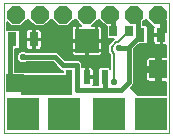
<source format=gbl>
G75*
%MOIN*%
%OFA0B0*%
%FSLAX25Y25*%
%IPPOS*%
%LPD*%
%AMOC8*
5,1,8,0,0,1.08239X$1,22.5*
%
%ADD10C,0.00000*%
%ADD11R,0.10630X0.10630*%
%ADD12R,0.05906X0.05906*%
%ADD13R,0.03150X0.04724*%
%ADD14OC8,0.05906*%
%ADD15R,0.02283X0.04724*%
%ADD16R,0.07874X0.07874*%
%ADD17R,0.02756X0.03543*%
%ADD18C,0.00600*%
%ADD19R,0.02205X0.02205*%
%ADD20C,0.01000*%
%ADD21C,0.02362*%
%ADD22OC8,0.02205*%
%ADD23C,0.01600*%
D10*
X0056586Y0044415D02*
X0056586Y0087722D01*
X0111704Y0087722D01*
X0111704Y0044415D01*
X0056586Y0044415D01*
X0058593Y0047013D02*
X0058595Y0047061D01*
X0058601Y0047109D01*
X0058611Y0047156D01*
X0058624Y0047202D01*
X0058642Y0047247D01*
X0058662Y0047291D01*
X0058687Y0047333D01*
X0058715Y0047372D01*
X0058745Y0047409D01*
X0058779Y0047443D01*
X0058816Y0047475D01*
X0058854Y0047504D01*
X0058895Y0047529D01*
X0058938Y0047551D01*
X0058983Y0047569D01*
X0059029Y0047583D01*
X0059076Y0047594D01*
X0059124Y0047601D01*
X0059172Y0047604D01*
X0059220Y0047603D01*
X0059268Y0047598D01*
X0059316Y0047589D01*
X0059362Y0047577D01*
X0059407Y0047560D01*
X0059451Y0047540D01*
X0059493Y0047517D01*
X0059533Y0047490D01*
X0059571Y0047460D01*
X0059606Y0047427D01*
X0059638Y0047391D01*
X0059668Y0047353D01*
X0059694Y0047312D01*
X0059716Y0047269D01*
X0059736Y0047225D01*
X0059751Y0047180D01*
X0059763Y0047133D01*
X0059771Y0047085D01*
X0059775Y0047037D01*
X0059775Y0046989D01*
X0059771Y0046941D01*
X0059763Y0046893D01*
X0059751Y0046846D01*
X0059736Y0046801D01*
X0059716Y0046757D01*
X0059694Y0046714D01*
X0059668Y0046673D01*
X0059638Y0046635D01*
X0059606Y0046599D01*
X0059571Y0046566D01*
X0059533Y0046536D01*
X0059493Y0046509D01*
X0059451Y0046486D01*
X0059407Y0046466D01*
X0059362Y0046449D01*
X0059316Y0046437D01*
X0059268Y0046428D01*
X0059220Y0046423D01*
X0059172Y0046422D01*
X0059124Y0046425D01*
X0059076Y0046432D01*
X0059029Y0046443D01*
X0058983Y0046457D01*
X0058938Y0046475D01*
X0058895Y0046497D01*
X0058854Y0046522D01*
X0058816Y0046551D01*
X0058779Y0046583D01*
X0058745Y0046617D01*
X0058715Y0046654D01*
X0058687Y0046693D01*
X0058662Y0046735D01*
X0058642Y0046779D01*
X0058624Y0046824D01*
X0058611Y0046870D01*
X0058601Y0046917D01*
X0058595Y0046965D01*
X0058593Y0047013D01*
X0058593Y0054415D02*
X0058595Y0054463D01*
X0058601Y0054511D01*
X0058611Y0054558D01*
X0058624Y0054604D01*
X0058642Y0054649D01*
X0058662Y0054693D01*
X0058687Y0054735D01*
X0058715Y0054774D01*
X0058745Y0054811D01*
X0058779Y0054845D01*
X0058816Y0054877D01*
X0058854Y0054906D01*
X0058895Y0054931D01*
X0058938Y0054953D01*
X0058983Y0054971D01*
X0059029Y0054985D01*
X0059076Y0054996D01*
X0059124Y0055003D01*
X0059172Y0055006D01*
X0059220Y0055005D01*
X0059268Y0055000D01*
X0059316Y0054991D01*
X0059362Y0054979D01*
X0059407Y0054962D01*
X0059451Y0054942D01*
X0059493Y0054919D01*
X0059533Y0054892D01*
X0059571Y0054862D01*
X0059606Y0054829D01*
X0059638Y0054793D01*
X0059668Y0054755D01*
X0059694Y0054714D01*
X0059716Y0054671D01*
X0059736Y0054627D01*
X0059751Y0054582D01*
X0059763Y0054535D01*
X0059771Y0054487D01*
X0059775Y0054439D01*
X0059775Y0054391D01*
X0059771Y0054343D01*
X0059763Y0054295D01*
X0059751Y0054248D01*
X0059736Y0054203D01*
X0059716Y0054159D01*
X0059694Y0054116D01*
X0059668Y0054075D01*
X0059638Y0054037D01*
X0059606Y0054001D01*
X0059571Y0053968D01*
X0059533Y0053938D01*
X0059493Y0053911D01*
X0059451Y0053888D01*
X0059407Y0053868D01*
X0059362Y0053851D01*
X0059316Y0053839D01*
X0059268Y0053830D01*
X0059220Y0053825D01*
X0059172Y0053824D01*
X0059124Y0053827D01*
X0059076Y0053834D01*
X0059029Y0053845D01*
X0058983Y0053859D01*
X0058938Y0053877D01*
X0058895Y0053899D01*
X0058854Y0053924D01*
X0058816Y0053953D01*
X0058779Y0053985D01*
X0058745Y0054019D01*
X0058715Y0054056D01*
X0058687Y0054095D01*
X0058662Y0054137D01*
X0058642Y0054181D01*
X0058624Y0054226D01*
X0058611Y0054272D01*
X0058601Y0054319D01*
X0058595Y0054367D01*
X0058593Y0054415D01*
X0065995Y0054415D02*
X0065997Y0054463D01*
X0066003Y0054511D01*
X0066013Y0054558D01*
X0066026Y0054604D01*
X0066044Y0054649D01*
X0066064Y0054693D01*
X0066089Y0054735D01*
X0066117Y0054774D01*
X0066147Y0054811D01*
X0066181Y0054845D01*
X0066218Y0054877D01*
X0066256Y0054906D01*
X0066297Y0054931D01*
X0066340Y0054953D01*
X0066385Y0054971D01*
X0066431Y0054985D01*
X0066478Y0054996D01*
X0066526Y0055003D01*
X0066574Y0055006D01*
X0066622Y0055005D01*
X0066670Y0055000D01*
X0066718Y0054991D01*
X0066764Y0054979D01*
X0066809Y0054962D01*
X0066853Y0054942D01*
X0066895Y0054919D01*
X0066935Y0054892D01*
X0066973Y0054862D01*
X0067008Y0054829D01*
X0067040Y0054793D01*
X0067070Y0054755D01*
X0067096Y0054714D01*
X0067118Y0054671D01*
X0067138Y0054627D01*
X0067153Y0054582D01*
X0067165Y0054535D01*
X0067173Y0054487D01*
X0067177Y0054439D01*
X0067177Y0054391D01*
X0067173Y0054343D01*
X0067165Y0054295D01*
X0067153Y0054248D01*
X0067138Y0054203D01*
X0067118Y0054159D01*
X0067096Y0054116D01*
X0067070Y0054075D01*
X0067040Y0054037D01*
X0067008Y0054001D01*
X0066973Y0053968D01*
X0066935Y0053938D01*
X0066895Y0053911D01*
X0066853Y0053888D01*
X0066809Y0053868D01*
X0066764Y0053851D01*
X0066718Y0053839D01*
X0066670Y0053830D01*
X0066622Y0053825D01*
X0066574Y0053824D01*
X0066526Y0053827D01*
X0066478Y0053834D01*
X0066431Y0053845D01*
X0066385Y0053859D01*
X0066340Y0053877D01*
X0066297Y0053899D01*
X0066256Y0053924D01*
X0066218Y0053953D01*
X0066181Y0053985D01*
X0066147Y0054019D01*
X0066117Y0054056D01*
X0066089Y0054095D01*
X0066064Y0054137D01*
X0066044Y0054181D01*
X0066026Y0054226D01*
X0066013Y0054272D01*
X0066003Y0054319D01*
X0065997Y0054367D01*
X0065995Y0054415D01*
X0072373Y0054415D02*
X0072375Y0054463D01*
X0072381Y0054511D01*
X0072391Y0054558D01*
X0072404Y0054604D01*
X0072422Y0054649D01*
X0072442Y0054693D01*
X0072467Y0054735D01*
X0072495Y0054774D01*
X0072525Y0054811D01*
X0072559Y0054845D01*
X0072596Y0054877D01*
X0072634Y0054906D01*
X0072675Y0054931D01*
X0072718Y0054953D01*
X0072763Y0054971D01*
X0072809Y0054985D01*
X0072856Y0054996D01*
X0072904Y0055003D01*
X0072952Y0055006D01*
X0073000Y0055005D01*
X0073048Y0055000D01*
X0073096Y0054991D01*
X0073142Y0054979D01*
X0073187Y0054962D01*
X0073231Y0054942D01*
X0073273Y0054919D01*
X0073313Y0054892D01*
X0073351Y0054862D01*
X0073386Y0054829D01*
X0073418Y0054793D01*
X0073448Y0054755D01*
X0073474Y0054714D01*
X0073496Y0054671D01*
X0073516Y0054627D01*
X0073531Y0054582D01*
X0073543Y0054535D01*
X0073551Y0054487D01*
X0073555Y0054439D01*
X0073555Y0054391D01*
X0073551Y0054343D01*
X0073543Y0054295D01*
X0073531Y0054248D01*
X0073516Y0054203D01*
X0073496Y0054159D01*
X0073474Y0054116D01*
X0073448Y0054075D01*
X0073418Y0054037D01*
X0073386Y0054001D01*
X0073351Y0053968D01*
X0073313Y0053938D01*
X0073273Y0053911D01*
X0073231Y0053888D01*
X0073187Y0053868D01*
X0073142Y0053851D01*
X0073096Y0053839D01*
X0073048Y0053830D01*
X0073000Y0053825D01*
X0072952Y0053824D01*
X0072904Y0053827D01*
X0072856Y0053834D01*
X0072809Y0053845D01*
X0072763Y0053859D01*
X0072718Y0053877D01*
X0072675Y0053899D01*
X0072634Y0053924D01*
X0072596Y0053953D01*
X0072559Y0053985D01*
X0072525Y0054019D01*
X0072495Y0054056D01*
X0072467Y0054095D01*
X0072442Y0054137D01*
X0072422Y0054181D01*
X0072404Y0054226D01*
X0072391Y0054272D01*
X0072381Y0054319D01*
X0072375Y0054367D01*
X0072373Y0054415D01*
X0072373Y0047013D02*
X0072375Y0047061D01*
X0072381Y0047109D01*
X0072391Y0047156D01*
X0072404Y0047202D01*
X0072422Y0047247D01*
X0072442Y0047291D01*
X0072467Y0047333D01*
X0072495Y0047372D01*
X0072525Y0047409D01*
X0072559Y0047443D01*
X0072596Y0047475D01*
X0072634Y0047504D01*
X0072675Y0047529D01*
X0072718Y0047551D01*
X0072763Y0047569D01*
X0072809Y0047583D01*
X0072856Y0047594D01*
X0072904Y0047601D01*
X0072952Y0047604D01*
X0073000Y0047603D01*
X0073048Y0047598D01*
X0073096Y0047589D01*
X0073142Y0047577D01*
X0073187Y0047560D01*
X0073231Y0047540D01*
X0073273Y0047517D01*
X0073313Y0047490D01*
X0073351Y0047460D01*
X0073386Y0047427D01*
X0073418Y0047391D01*
X0073448Y0047353D01*
X0073474Y0047312D01*
X0073496Y0047269D01*
X0073516Y0047225D01*
X0073531Y0047180D01*
X0073543Y0047133D01*
X0073551Y0047085D01*
X0073555Y0047037D01*
X0073555Y0046989D01*
X0073551Y0046941D01*
X0073543Y0046893D01*
X0073531Y0046846D01*
X0073516Y0046801D01*
X0073496Y0046757D01*
X0073474Y0046714D01*
X0073448Y0046673D01*
X0073418Y0046635D01*
X0073386Y0046599D01*
X0073351Y0046566D01*
X0073313Y0046536D01*
X0073273Y0046509D01*
X0073231Y0046486D01*
X0073187Y0046466D01*
X0073142Y0046449D01*
X0073096Y0046437D01*
X0073048Y0046428D01*
X0073000Y0046423D01*
X0072952Y0046422D01*
X0072904Y0046425D01*
X0072856Y0046432D01*
X0072809Y0046443D01*
X0072763Y0046457D01*
X0072718Y0046475D01*
X0072675Y0046497D01*
X0072634Y0046522D01*
X0072596Y0046551D01*
X0072559Y0046583D01*
X0072525Y0046617D01*
X0072495Y0046654D01*
X0072467Y0046693D01*
X0072442Y0046735D01*
X0072422Y0046779D01*
X0072404Y0046824D01*
X0072391Y0046870D01*
X0072381Y0046917D01*
X0072375Y0046965D01*
X0072373Y0047013D01*
X0065995Y0047013D02*
X0065997Y0047061D01*
X0066003Y0047109D01*
X0066013Y0047156D01*
X0066026Y0047202D01*
X0066044Y0047247D01*
X0066064Y0047291D01*
X0066089Y0047333D01*
X0066117Y0047372D01*
X0066147Y0047409D01*
X0066181Y0047443D01*
X0066218Y0047475D01*
X0066256Y0047504D01*
X0066297Y0047529D01*
X0066340Y0047551D01*
X0066385Y0047569D01*
X0066431Y0047583D01*
X0066478Y0047594D01*
X0066526Y0047601D01*
X0066574Y0047604D01*
X0066622Y0047603D01*
X0066670Y0047598D01*
X0066718Y0047589D01*
X0066764Y0047577D01*
X0066809Y0047560D01*
X0066853Y0047540D01*
X0066895Y0047517D01*
X0066935Y0047490D01*
X0066973Y0047460D01*
X0067008Y0047427D01*
X0067040Y0047391D01*
X0067070Y0047353D01*
X0067096Y0047312D01*
X0067118Y0047269D01*
X0067138Y0047225D01*
X0067153Y0047180D01*
X0067165Y0047133D01*
X0067173Y0047085D01*
X0067177Y0047037D01*
X0067177Y0046989D01*
X0067173Y0046941D01*
X0067165Y0046893D01*
X0067153Y0046846D01*
X0067138Y0046801D01*
X0067118Y0046757D01*
X0067096Y0046714D01*
X0067070Y0046673D01*
X0067040Y0046635D01*
X0067008Y0046599D01*
X0066973Y0046566D01*
X0066935Y0046536D01*
X0066895Y0046509D01*
X0066853Y0046486D01*
X0066809Y0046466D01*
X0066764Y0046449D01*
X0066718Y0046437D01*
X0066670Y0046428D01*
X0066622Y0046423D01*
X0066574Y0046422D01*
X0066526Y0046425D01*
X0066478Y0046432D01*
X0066431Y0046443D01*
X0066385Y0046457D01*
X0066340Y0046475D01*
X0066297Y0046497D01*
X0066256Y0046522D01*
X0066218Y0046551D01*
X0066181Y0046583D01*
X0066147Y0046617D01*
X0066117Y0046654D01*
X0066089Y0046693D01*
X0066064Y0046735D01*
X0066044Y0046779D01*
X0066026Y0046824D01*
X0066013Y0046870D01*
X0066003Y0046917D01*
X0065997Y0046965D01*
X0065995Y0047013D01*
X0079774Y0047013D02*
X0079776Y0047061D01*
X0079782Y0047109D01*
X0079792Y0047156D01*
X0079805Y0047202D01*
X0079823Y0047247D01*
X0079843Y0047291D01*
X0079868Y0047333D01*
X0079896Y0047372D01*
X0079926Y0047409D01*
X0079960Y0047443D01*
X0079997Y0047475D01*
X0080035Y0047504D01*
X0080076Y0047529D01*
X0080119Y0047551D01*
X0080164Y0047569D01*
X0080210Y0047583D01*
X0080257Y0047594D01*
X0080305Y0047601D01*
X0080353Y0047604D01*
X0080401Y0047603D01*
X0080449Y0047598D01*
X0080497Y0047589D01*
X0080543Y0047577D01*
X0080588Y0047560D01*
X0080632Y0047540D01*
X0080674Y0047517D01*
X0080714Y0047490D01*
X0080752Y0047460D01*
X0080787Y0047427D01*
X0080819Y0047391D01*
X0080849Y0047353D01*
X0080875Y0047312D01*
X0080897Y0047269D01*
X0080917Y0047225D01*
X0080932Y0047180D01*
X0080944Y0047133D01*
X0080952Y0047085D01*
X0080956Y0047037D01*
X0080956Y0046989D01*
X0080952Y0046941D01*
X0080944Y0046893D01*
X0080932Y0046846D01*
X0080917Y0046801D01*
X0080897Y0046757D01*
X0080875Y0046714D01*
X0080849Y0046673D01*
X0080819Y0046635D01*
X0080787Y0046599D01*
X0080752Y0046566D01*
X0080714Y0046536D01*
X0080674Y0046509D01*
X0080632Y0046486D01*
X0080588Y0046466D01*
X0080543Y0046449D01*
X0080497Y0046437D01*
X0080449Y0046428D01*
X0080401Y0046423D01*
X0080353Y0046422D01*
X0080305Y0046425D01*
X0080257Y0046432D01*
X0080210Y0046443D01*
X0080164Y0046457D01*
X0080119Y0046475D01*
X0080076Y0046497D01*
X0080035Y0046522D01*
X0079997Y0046551D01*
X0079960Y0046583D01*
X0079926Y0046617D01*
X0079896Y0046654D01*
X0079868Y0046693D01*
X0079843Y0046735D01*
X0079823Y0046779D01*
X0079805Y0046824D01*
X0079792Y0046870D01*
X0079782Y0046917D01*
X0079776Y0046965D01*
X0079774Y0047013D01*
X0079774Y0054415D02*
X0079776Y0054463D01*
X0079782Y0054511D01*
X0079792Y0054558D01*
X0079805Y0054604D01*
X0079823Y0054649D01*
X0079843Y0054693D01*
X0079868Y0054735D01*
X0079896Y0054774D01*
X0079926Y0054811D01*
X0079960Y0054845D01*
X0079997Y0054877D01*
X0080035Y0054906D01*
X0080076Y0054931D01*
X0080119Y0054953D01*
X0080164Y0054971D01*
X0080210Y0054985D01*
X0080257Y0054996D01*
X0080305Y0055003D01*
X0080353Y0055006D01*
X0080401Y0055005D01*
X0080449Y0055000D01*
X0080497Y0054991D01*
X0080543Y0054979D01*
X0080588Y0054962D01*
X0080632Y0054942D01*
X0080674Y0054919D01*
X0080714Y0054892D01*
X0080752Y0054862D01*
X0080787Y0054829D01*
X0080819Y0054793D01*
X0080849Y0054755D01*
X0080875Y0054714D01*
X0080897Y0054671D01*
X0080917Y0054627D01*
X0080932Y0054582D01*
X0080944Y0054535D01*
X0080952Y0054487D01*
X0080956Y0054439D01*
X0080956Y0054391D01*
X0080952Y0054343D01*
X0080944Y0054295D01*
X0080932Y0054248D01*
X0080917Y0054203D01*
X0080897Y0054159D01*
X0080875Y0054116D01*
X0080849Y0054075D01*
X0080819Y0054037D01*
X0080787Y0054001D01*
X0080752Y0053968D01*
X0080714Y0053938D01*
X0080674Y0053911D01*
X0080632Y0053888D01*
X0080588Y0053868D01*
X0080543Y0053851D01*
X0080497Y0053839D01*
X0080449Y0053830D01*
X0080401Y0053825D01*
X0080353Y0053824D01*
X0080305Y0053827D01*
X0080257Y0053834D01*
X0080210Y0053845D01*
X0080164Y0053859D01*
X0080119Y0053877D01*
X0080076Y0053899D01*
X0080035Y0053924D01*
X0079997Y0053953D01*
X0079960Y0053985D01*
X0079926Y0054019D01*
X0079896Y0054056D01*
X0079868Y0054095D01*
X0079843Y0054137D01*
X0079823Y0054181D01*
X0079805Y0054226D01*
X0079792Y0054272D01*
X0079782Y0054319D01*
X0079776Y0054367D01*
X0079774Y0054415D01*
X0087333Y0054415D02*
X0087335Y0054463D01*
X0087341Y0054511D01*
X0087351Y0054558D01*
X0087364Y0054604D01*
X0087382Y0054649D01*
X0087402Y0054693D01*
X0087427Y0054735D01*
X0087455Y0054774D01*
X0087485Y0054811D01*
X0087519Y0054845D01*
X0087556Y0054877D01*
X0087594Y0054906D01*
X0087635Y0054931D01*
X0087678Y0054953D01*
X0087723Y0054971D01*
X0087769Y0054985D01*
X0087816Y0054996D01*
X0087864Y0055003D01*
X0087912Y0055006D01*
X0087960Y0055005D01*
X0088008Y0055000D01*
X0088056Y0054991D01*
X0088102Y0054979D01*
X0088147Y0054962D01*
X0088191Y0054942D01*
X0088233Y0054919D01*
X0088273Y0054892D01*
X0088311Y0054862D01*
X0088346Y0054829D01*
X0088378Y0054793D01*
X0088408Y0054755D01*
X0088434Y0054714D01*
X0088456Y0054671D01*
X0088476Y0054627D01*
X0088491Y0054582D01*
X0088503Y0054535D01*
X0088511Y0054487D01*
X0088515Y0054439D01*
X0088515Y0054391D01*
X0088511Y0054343D01*
X0088503Y0054295D01*
X0088491Y0054248D01*
X0088476Y0054203D01*
X0088456Y0054159D01*
X0088434Y0054116D01*
X0088408Y0054075D01*
X0088378Y0054037D01*
X0088346Y0054001D01*
X0088311Y0053968D01*
X0088273Y0053938D01*
X0088233Y0053911D01*
X0088191Y0053888D01*
X0088147Y0053868D01*
X0088102Y0053851D01*
X0088056Y0053839D01*
X0088008Y0053830D01*
X0087960Y0053825D01*
X0087912Y0053824D01*
X0087864Y0053827D01*
X0087816Y0053834D01*
X0087769Y0053845D01*
X0087723Y0053859D01*
X0087678Y0053877D01*
X0087635Y0053899D01*
X0087594Y0053924D01*
X0087556Y0053953D01*
X0087519Y0053985D01*
X0087485Y0054019D01*
X0087455Y0054056D01*
X0087427Y0054095D01*
X0087402Y0054137D01*
X0087382Y0054181D01*
X0087364Y0054226D01*
X0087351Y0054272D01*
X0087341Y0054319D01*
X0087335Y0054367D01*
X0087333Y0054415D01*
X0087333Y0047013D02*
X0087335Y0047061D01*
X0087341Y0047109D01*
X0087351Y0047156D01*
X0087364Y0047202D01*
X0087382Y0047247D01*
X0087402Y0047291D01*
X0087427Y0047333D01*
X0087455Y0047372D01*
X0087485Y0047409D01*
X0087519Y0047443D01*
X0087556Y0047475D01*
X0087594Y0047504D01*
X0087635Y0047529D01*
X0087678Y0047551D01*
X0087723Y0047569D01*
X0087769Y0047583D01*
X0087816Y0047594D01*
X0087864Y0047601D01*
X0087912Y0047604D01*
X0087960Y0047603D01*
X0088008Y0047598D01*
X0088056Y0047589D01*
X0088102Y0047577D01*
X0088147Y0047560D01*
X0088191Y0047540D01*
X0088233Y0047517D01*
X0088273Y0047490D01*
X0088311Y0047460D01*
X0088346Y0047427D01*
X0088378Y0047391D01*
X0088408Y0047353D01*
X0088434Y0047312D01*
X0088456Y0047269D01*
X0088476Y0047225D01*
X0088491Y0047180D01*
X0088503Y0047133D01*
X0088511Y0047085D01*
X0088515Y0047037D01*
X0088515Y0046989D01*
X0088511Y0046941D01*
X0088503Y0046893D01*
X0088491Y0046846D01*
X0088476Y0046801D01*
X0088456Y0046757D01*
X0088434Y0046714D01*
X0088408Y0046673D01*
X0088378Y0046635D01*
X0088346Y0046599D01*
X0088311Y0046566D01*
X0088273Y0046536D01*
X0088233Y0046509D01*
X0088191Y0046486D01*
X0088147Y0046466D01*
X0088102Y0046449D01*
X0088056Y0046437D01*
X0088008Y0046428D01*
X0087960Y0046423D01*
X0087912Y0046422D01*
X0087864Y0046425D01*
X0087816Y0046432D01*
X0087769Y0046443D01*
X0087723Y0046457D01*
X0087678Y0046475D01*
X0087635Y0046497D01*
X0087594Y0046522D01*
X0087556Y0046551D01*
X0087519Y0046583D01*
X0087485Y0046617D01*
X0087455Y0046654D01*
X0087427Y0046693D01*
X0087402Y0046735D01*
X0087382Y0046779D01*
X0087364Y0046824D01*
X0087351Y0046870D01*
X0087341Y0046917D01*
X0087335Y0046965D01*
X0087333Y0047013D01*
X0094735Y0047013D02*
X0094737Y0047061D01*
X0094743Y0047109D01*
X0094753Y0047156D01*
X0094766Y0047202D01*
X0094784Y0047247D01*
X0094804Y0047291D01*
X0094829Y0047333D01*
X0094857Y0047372D01*
X0094887Y0047409D01*
X0094921Y0047443D01*
X0094958Y0047475D01*
X0094996Y0047504D01*
X0095037Y0047529D01*
X0095080Y0047551D01*
X0095125Y0047569D01*
X0095171Y0047583D01*
X0095218Y0047594D01*
X0095266Y0047601D01*
X0095314Y0047604D01*
X0095362Y0047603D01*
X0095410Y0047598D01*
X0095458Y0047589D01*
X0095504Y0047577D01*
X0095549Y0047560D01*
X0095593Y0047540D01*
X0095635Y0047517D01*
X0095675Y0047490D01*
X0095713Y0047460D01*
X0095748Y0047427D01*
X0095780Y0047391D01*
X0095810Y0047353D01*
X0095836Y0047312D01*
X0095858Y0047269D01*
X0095878Y0047225D01*
X0095893Y0047180D01*
X0095905Y0047133D01*
X0095913Y0047085D01*
X0095917Y0047037D01*
X0095917Y0046989D01*
X0095913Y0046941D01*
X0095905Y0046893D01*
X0095893Y0046846D01*
X0095878Y0046801D01*
X0095858Y0046757D01*
X0095836Y0046714D01*
X0095810Y0046673D01*
X0095780Y0046635D01*
X0095748Y0046599D01*
X0095713Y0046566D01*
X0095675Y0046536D01*
X0095635Y0046509D01*
X0095593Y0046486D01*
X0095549Y0046466D01*
X0095504Y0046449D01*
X0095458Y0046437D01*
X0095410Y0046428D01*
X0095362Y0046423D01*
X0095314Y0046422D01*
X0095266Y0046425D01*
X0095218Y0046432D01*
X0095171Y0046443D01*
X0095125Y0046457D01*
X0095080Y0046475D01*
X0095037Y0046497D01*
X0094996Y0046522D01*
X0094958Y0046551D01*
X0094921Y0046583D01*
X0094887Y0046617D01*
X0094857Y0046654D01*
X0094829Y0046693D01*
X0094804Y0046735D01*
X0094784Y0046779D01*
X0094766Y0046824D01*
X0094753Y0046870D01*
X0094743Y0046917D01*
X0094737Y0046965D01*
X0094735Y0047013D01*
X0101113Y0047013D02*
X0101115Y0047061D01*
X0101121Y0047109D01*
X0101131Y0047156D01*
X0101144Y0047202D01*
X0101162Y0047247D01*
X0101182Y0047291D01*
X0101207Y0047333D01*
X0101235Y0047372D01*
X0101265Y0047409D01*
X0101299Y0047443D01*
X0101336Y0047475D01*
X0101374Y0047504D01*
X0101415Y0047529D01*
X0101458Y0047551D01*
X0101503Y0047569D01*
X0101549Y0047583D01*
X0101596Y0047594D01*
X0101644Y0047601D01*
X0101692Y0047604D01*
X0101740Y0047603D01*
X0101788Y0047598D01*
X0101836Y0047589D01*
X0101882Y0047577D01*
X0101927Y0047560D01*
X0101971Y0047540D01*
X0102013Y0047517D01*
X0102053Y0047490D01*
X0102091Y0047460D01*
X0102126Y0047427D01*
X0102158Y0047391D01*
X0102188Y0047353D01*
X0102214Y0047312D01*
X0102236Y0047269D01*
X0102256Y0047225D01*
X0102271Y0047180D01*
X0102283Y0047133D01*
X0102291Y0047085D01*
X0102295Y0047037D01*
X0102295Y0046989D01*
X0102291Y0046941D01*
X0102283Y0046893D01*
X0102271Y0046846D01*
X0102256Y0046801D01*
X0102236Y0046757D01*
X0102214Y0046714D01*
X0102188Y0046673D01*
X0102158Y0046635D01*
X0102126Y0046599D01*
X0102091Y0046566D01*
X0102053Y0046536D01*
X0102013Y0046509D01*
X0101971Y0046486D01*
X0101927Y0046466D01*
X0101882Y0046449D01*
X0101836Y0046437D01*
X0101788Y0046428D01*
X0101740Y0046423D01*
X0101692Y0046422D01*
X0101644Y0046425D01*
X0101596Y0046432D01*
X0101549Y0046443D01*
X0101503Y0046457D01*
X0101458Y0046475D01*
X0101415Y0046497D01*
X0101374Y0046522D01*
X0101336Y0046551D01*
X0101299Y0046583D01*
X0101265Y0046617D01*
X0101235Y0046654D01*
X0101207Y0046693D01*
X0101182Y0046735D01*
X0101162Y0046779D01*
X0101144Y0046824D01*
X0101131Y0046870D01*
X0101121Y0046917D01*
X0101115Y0046965D01*
X0101113Y0047013D01*
X0101113Y0054415D02*
X0101115Y0054463D01*
X0101121Y0054511D01*
X0101131Y0054558D01*
X0101144Y0054604D01*
X0101162Y0054649D01*
X0101182Y0054693D01*
X0101207Y0054735D01*
X0101235Y0054774D01*
X0101265Y0054811D01*
X0101299Y0054845D01*
X0101336Y0054877D01*
X0101374Y0054906D01*
X0101415Y0054931D01*
X0101458Y0054953D01*
X0101503Y0054971D01*
X0101549Y0054985D01*
X0101596Y0054996D01*
X0101644Y0055003D01*
X0101692Y0055006D01*
X0101740Y0055005D01*
X0101788Y0055000D01*
X0101836Y0054991D01*
X0101882Y0054979D01*
X0101927Y0054962D01*
X0101971Y0054942D01*
X0102013Y0054919D01*
X0102053Y0054892D01*
X0102091Y0054862D01*
X0102126Y0054829D01*
X0102158Y0054793D01*
X0102188Y0054755D01*
X0102214Y0054714D01*
X0102236Y0054671D01*
X0102256Y0054627D01*
X0102271Y0054582D01*
X0102283Y0054535D01*
X0102291Y0054487D01*
X0102295Y0054439D01*
X0102295Y0054391D01*
X0102291Y0054343D01*
X0102283Y0054295D01*
X0102271Y0054248D01*
X0102256Y0054203D01*
X0102236Y0054159D01*
X0102214Y0054116D01*
X0102188Y0054075D01*
X0102158Y0054037D01*
X0102126Y0054001D01*
X0102091Y0053968D01*
X0102053Y0053938D01*
X0102013Y0053911D01*
X0101971Y0053888D01*
X0101927Y0053868D01*
X0101882Y0053851D01*
X0101836Y0053839D01*
X0101788Y0053830D01*
X0101740Y0053825D01*
X0101692Y0053824D01*
X0101644Y0053827D01*
X0101596Y0053834D01*
X0101549Y0053845D01*
X0101503Y0053859D01*
X0101458Y0053877D01*
X0101415Y0053899D01*
X0101374Y0053924D01*
X0101336Y0053953D01*
X0101299Y0053985D01*
X0101265Y0054019D01*
X0101235Y0054056D01*
X0101207Y0054095D01*
X0101182Y0054137D01*
X0101162Y0054181D01*
X0101144Y0054226D01*
X0101131Y0054272D01*
X0101121Y0054319D01*
X0101115Y0054367D01*
X0101113Y0054415D01*
X0094735Y0054415D02*
X0094737Y0054463D01*
X0094743Y0054511D01*
X0094753Y0054558D01*
X0094766Y0054604D01*
X0094784Y0054649D01*
X0094804Y0054693D01*
X0094829Y0054735D01*
X0094857Y0054774D01*
X0094887Y0054811D01*
X0094921Y0054845D01*
X0094958Y0054877D01*
X0094996Y0054906D01*
X0095037Y0054931D01*
X0095080Y0054953D01*
X0095125Y0054971D01*
X0095171Y0054985D01*
X0095218Y0054996D01*
X0095266Y0055003D01*
X0095314Y0055006D01*
X0095362Y0055005D01*
X0095410Y0055000D01*
X0095458Y0054991D01*
X0095504Y0054979D01*
X0095549Y0054962D01*
X0095593Y0054942D01*
X0095635Y0054919D01*
X0095675Y0054892D01*
X0095713Y0054862D01*
X0095748Y0054829D01*
X0095780Y0054793D01*
X0095810Y0054755D01*
X0095836Y0054714D01*
X0095858Y0054671D01*
X0095878Y0054627D01*
X0095893Y0054582D01*
X0095905Y0054535D01*
X0095913Y0054487D01*
X0095917Y0054439D01*
X0095917Y0054391D01*
X0095913Y0054343D01*
X0095905Y0054295D01*
X0095893Y0054248D01*
X0095878Y0054203D01*
X0095858Y0054159D01*
X0095836Y0054116D01*
X0095810Y0054075D01*
X0095780Y0054037D01*
X0095748Y0054001D01*
X0095713Y0053968D01*
X0095675Y0053938D01*
X0095635Y0053911D01*
X0095593Y0053888D01*
X0095549Y0053868D01*
X0095504Y0053851D01*
X0095458Y0053839D01*
X0095410Y0053830D01*
X0095362Y0053825D01*
X0095314Y0053824D01*
X0095266Y0053827D01*
X0095218Y0053834D01*
X0095171Y0053845D01*
X0095125Y0053859D01*
X0095080Y0053877D01*
X0095037Y0053899D01*
X0094996Y0053924D01*
X0094958Y0053953D01*
X0094921Y0053985D01*
X0094887Y0054019D01*
X0094857Y0054056D01*
X0094829Y0054095D01*
X0094804Y0054137D01*
X0094784Y0054181D01*
X0094766Y0054226D01*
X0094753Y0054272D01*
X0094743Y0054319D01*
X0094737Y0054367D01*
X0094735Y0054415D01*
X0108515Y0054415D02*
X0108517Y0054463D01*
X0108523Y0054511D01*
X0108533Y0054558D01*
X0108546Y0054604D01*
X0108564Y0054649D01*
X0108584Y0054693D01*
X0108609Y0054735D01*
X0108637Y0054774D01*
X0108667Y0054811D01*
X0108701Y0054845D01*
X0108738Y0054877D01*
X0108776Y0054906D01*
X0108817Y0054931D01*
X0108860Y0054953D01*
X0108905Y0054971D01*
X0108951Y0054985D01*
X0108998Y0054996D01*
X0109046Y0055003D01*
X0109094Y0055006D01*
X0109142Y0055005D01*
X0109190Y0055000D01*
X0109238Y0054991D01*
X0109284Y0054979D01*
X0109329Y0054962D01*
X0109373Y0054942D01*
X0109415Y0054919D01*
X0109455Y0054892D01*
X0109493Y0054862D01*
X0109528Y0054829D01*
X0109560Y0054793D01*
X0109590Y0054755D01*
X0109616Y0054714D01*
X0109638Y0054671D01*
X0109658Y0054627D01*
X0109673Y0054582D01*
X0109685Y0054535D01*
X0109693Y0054487D01*
X0109697Y0054439D01*
X0109697Y0054391D01*
X0109693Y0054343D01*
X0109685Y0054295D01*
X0109673Y0054248D01*
X0109658Y0054203D01*
X0109638Y0054159D01*
X0109616Y0054116D01*
X0109590Y0054075D01*
X0109560Y0054037D01*
X0109528Y0054001D01*
X0109493Y0053968D01*
X0109455Y0053938D01*
X0109415Y0053911D01*
X0109373Y0053888D01*
X0109329Y0053868D01*
X0109284Y0053851D01*
X0109238Y0053839D01*
X0109190Y0053830D01*
X0109142Y0053825D01*
X0109094Y0053824D01*
X0109046Y0053827D01*
X0108998Y0053834D01*
X0108951Y0053845D01*
X0108905Y0053859D01*
X0108860Y0053877D01*
X0108817Y0053899D01*
X0108776Y0053924D01*
X0108738Y0053953D01*
X0108701Y0053985D01*
X0108667Y0054019D01*
X0108637Y0054056D01*
X0108609Y0054095D01*
X0108584Y0054137D01*
X0108564Y0054181D01*
X0108546Y0054226D01*
X0108533Y0054272D01*
X0108523Y0054319D01*
X0108517Y0054367D01*
X0108515Y0054415D01*
X0108515Y0047013D02*
X0108517Y0047061D01*
X0108523Y0047109D01*
X0108533Y0047156D01*
X0108546Y0047202D01*
X0108564Y0047247D01*
X0108584Y0047291D01*
X0108609Y0047333D01*
X0108637Y0047372D01*
X0108667Y0047409D01*
X0108701Y0047443D01*
X0108738Y0047475D01*
X0108776Y0047504D01*
X0108817Y0047529D01*
X0108860Y0047551D01*
X0108905Y0047569D01*
X0108951Y0047583D01*
X0108998Y0047594D01*
X0109046Y0047601D01*
X0109094Y0047604D01*
X0109142Y0047603D01*
X0109190Y0047598D01*
X0109238Y0047589D01*
X0109284Y0047577D01*
X0109329Y0047560D01*
X0109373Y0047540D01*
X0109415Y0047517D01*
X0109455Y0047490D01*
X0109493Y0047460D01*
X0109528Y0047427D01*
X0109560Y0047391D01*
X0109590Y0047353D01*
X0109616Y0047312D01*
X0109638Y0047269D01*
X0109658Y0047225D01*
X0109673Y0047180D01*
X0109685Y0047133D01*
X0109693Y0047085D01*
X0109697Y0047037D01*
X0109697Y0046989D01*
X0109693Y0046941D01*
X0109685Y0046893D01*
X0109673Y0046846D01*
X0109658Y0046801D01*
X0109638Y0046757D01*
X0109616Y0046714D01*
X0109590Y0046673D01*
X0109560Y0046635D01*
X0109528Y0046599D01*
X0109493Y0046566D01*
X0109455Y0046536D01*
X0109415Y0046509D01*
X0109373Y0046486D01*
X0109329Y0046466D01*
X0109284Y0046449D01*
X0109238Y0046437D01*
X0109190Y0046428D01*
X0109142Y0046423D01*
X0109094Y0046422D01*
X0109046Y0046425D01*
X0108998Y0046432D01*
X0108951Y0046443D01*
X0108905Y0046457D01*
X0108860Y0046475D01*
X0108817Y0046497D01*
X0108776Y0046522D01*
X0108738Y0046551D01*
X0108701Y0046583D01*
X0108667Y0046617D01*
X0108637Y0046654D01*
X0108609Y0046693D01*
X0108584Y0046735D01*
X0108564Y0046779D01*
X0108546Y0046824D01*
X0108533Y0046870D01*
X0108523Y0046917D01*
X0108517Y0046965D01*
X0108515Y0047013D01*
D11*
X0105405Y0050714D03*
X0091625Y0050714D03*
X0076665Y0050714D03*
X0062885Y0050714D03*
D12*
X0060365Y0060950D03*
X0107885Y0065517D03*
D13*
X0109027Y0077092D03*
X0101940Y0077092D03*
X0066428Y0075517D03*
X0059342Y0075517D03*
D14*
X0060523Y0083785D03*
X0068397Y0083785D03*
X0076271Y0083785D03*
X0084145Y0083785D03*
X0092019Y0083785D03*
X0099893Y0083785D03*
X0107767Y0083785D03*
D15*
X0090050Y0062919D03*
X0084145Y0062919D03*
X0078239Y0062919D03*
D16*
X0084145Y0075124D03*
D17*
X0093003Y0078273D03*
X0098121Y0078273D03*
D18*
X0094578Y0074730D01*
X0093987Y0074730D01*
X0092413Y0073155D01*
X0092413Y0071580D01*
X0093200Y0070793D01*
X0093200Y0061344D01*
X0092000Y0065746D02*
X0091565Y0066181D01*
X0088536Y0066181D01*
X0088009Y0065654D01*
X0088009Y0060288D01*
X0086353Y0060288D01*
X0086387Y0060412D01*
X0086387Y0062648D01*
X0084416Y0062648D01*
X0084416Y0063190D01*
X0086387Y0063190D01*
X0086387Y0065426D01*
X0086312Y0065706D01*
X0086167Y0065957D01*
X0085962Y0066161D01*
X0085711Y0066306D01*
X0085431Y0066381D01*
X0084416Y0066381D01*
X0084416Y0063190D01*
X0083874Y0063190D01*
X0083874Y0066381D01*
X0082858Y0066381D01*
X0082695Y0066337D01*
X0082695Y0067560D01*
X0081699Y0068556D01*
X0076975Y0068556D01*
X0075176Y0070355D01*
X0074180Y0071351D01*
X0063977Y0071351D01*
X0063675Y0071654D01*
X0062016Y0071654D01*
X0060843Y0070481D01*
X0060843Y0068822D01*
X0062016Y0067649D01*
X0063675Y0067649D01*
X0063977Y0067951D01*
X0072771Y0067951D01*
X0075567Y0065156D01*
X0076198Y0065156D01*
X0076198Y0064513D01*
X0063981Y0064513D01*
X0063691Y0064803D01*
X0060254Y0064803D01*
X0060254Y0072255D01*
X0061289Y0072255D01*
X0061817Y0072782D01*
X0061817Y0078252D01*
X0061289Y0078780D01*
X0057673Y0078780D01*
X0057673Y0081186D01*
X0058927Y0079932D01*
X0062119Y0079932D01*
X0064284Y0082098D01*
X0064636Y0082098D01*
X0066801Y0079932D01*
X0069993Y0079932D01*
X0072158Y0082098D01*
X0072510Y0082098D01*
X0074675Y0079932D01*
X0077867Y0079932D01*
X0080032Y0082098D01*
X0080384Y0082098D01*
X0082321Y0080161D01*
X0080063Y0080161D01*
X0079783Y0080086D01*
X0079532Y0079941D01*
X0079328Y0079736D01*
X0079183Y0079485D01*
X0079108Y0079206D01*
X0079108Y0075424D01*
X0083845Y0075424D01*
X0083845Y0074824D01*
X0079108Y0074824D01*
X0079108Y0071042D01*
X0079183Y0070762D01*
X0079328Y0070511D01*
X0079532Y0070306D01*
X0079783Y0070162D01*
X0080063Y0070087D01*
X0083845Y0070087D01*
X0083845Y0074824D01*
X0084445Y0074824D01*
X0084445Y0075424D01*
X0089182Y0075424D01*
X0089182Y0079206D01*
X0089107Y0079485D01*
X0088962Y0079736D01*
X0088757Y0079941D01*
X0088506Y0080086D01*
X0088227Y0080161D01*
X0085969Y0080161D01*
X0087906Y0082098D01*
X0088258Y0082098D01*
X0090423Y0079932D01*
X0090725Y0079932D01*
X0090725Y0076129D01*
X0091252Y0075602D01*
X0093162Y0075602D01*
X0092787Y0075227D01*
X0091213Y0073652D01*
X0091213Y0072658D01*
X0091213Y0071083D01*
X0091916Y0070380D01*
X0092000Y0070296D01*
X0092000Y0065746D01*
X0092000Y0065961D02*
X0091785Y0065961D01*
X0092000Y0066560D02*
X0082695Y0066560D01*
X0082695Y0067158D02*
X0092000Y0067158D01*
X0092000Y0067757D02*
X0082498Y0067757D01*
X0081900Y0068355D02*
X0092000Y0068355D01*
X0092000Y0068954D02*
X0076577Y0068954D01*
X0075978Y0069552D02*
X0092000Y0069552D01*
X0092000Y0070151D02*
X0088467Y0070151D01*
X0088506Y0070162D02*
X0088757Y0070306D01*
X0088962Y0070511D01*
X0089107Y0070762D01*
X0089182Y0071042D01*
X0089182Y0074824D01*
X0084445Y0074824D01*
X0084445Y0070087D01*
X0088227Y0070087D01*
X0088506Y0070162D01*
X0089100Y0070750D02*
X0091546Y0070750D01*
X0091213Y0071348D02*
X0089182Y0071348D01*
X0089182Y0071947D02*
X0091213Y0071947D01*
X0091213Y0072545D02*
X0089182Y0072545D01*
X0089182Y0073144D02*
X0091213Y0073144D01*
X0091302Y0073742D02*
X0089182Y0073742D01*
X0089182Y0074341D02*
X0091901Y0074341D01*
X0092499Y0074939D02*
X0084445Y0074939D01*
X0084445Y0074341D02*
X0083845Y0074341D01*
X0083845Y0074939D02*
X0069103Y0074939D01*
X0069103Y0075217D02*
X0066728Y0075217D01*
X0066728Y0072055D01*
X0068148Y0072055D01*
X0068428Y0072130D01*
X0068679Y0072275D01*
X0068883Y0072480D01*
X0069028Y0072731D01*
X0069103Y0073010D01*
X0069103Y0075217D01*
X0069103Y0075817D02*
X0069103Y0078024D01*
X0069028Y0078304D01*
X0068883Y0078555D01*
X0068679Y0078760D01*
X0068428Y0078905D01*
X0068148Y0078980D01*
X0066728Y0078980D01*
X0066728Y0075817D01*
X0069103Y0075817D01*
X0069103Y0076136D02*
X0079108Y0076136D01*
X0079108Y0075538D02*
X0066728Y0075538D01*
X0066728Y0075817D02*
X0066728Y0075217D01*
X0066128Y0075217D01*
X0066128Y0072055D01*
X0064709Y0072055D01*
X0064429Y0072130D01*
X0064178Y0072275D01*
X0063973Y0072480D01*
X0063829Y0072731D01*
X0063754Y0073010D01*
X0063754Y0075217D01*
X0066128Y0075217D01*
X0066128Y0075817D01*
X0063754Y0075817D01*
X0063754Y0078024D01*
X0063829Y0078304D01*
X0063973Y0078555D01*
X0064178Y0078760D01*
X0064429Y0078905D01*
X0064709Y0078980D01*
X0066128Y0078980D01*
X0066128Y0075817D01*
X0066728Y0075817D01*
X0066728Y0076136D02*
X0066128Y0076136D01*
X0066128Y0075538D02*
X0061817Y0075538D01*
X0061817Y0076136D02*
X0063754Y0076136D01*
X0063754Y0076735D02*
X0061817Y0076735D01*
X0061817Y0077333D02*
X0063754Y0077333D01*
X0063754Y0077932D02*
X0061817Y0077932D01*
X0061539Y0078530D02*
X0063959Y0078530D01*
X0066128Y0078530D02*
X0066728Y0078530D01*
X0066728Y0077932D02*
X0066128Y0077932D01*
X0066128Y0077333D02*
X0066728Y0077333D01*
X0066728Y0076735D02*
X0066128Y0076735D01*
X0066128Y0074939D02*
X0066728Y0074939D01*
X0066728Y0074341D02*
X0066128Y0074341D01*
X0066128Y0073742D02*
X0066728Y0073742D01*
X0066728Y0073144D02*
X0066128Y0073144D01*
X0066128Y0072545D02*
X0066728Y0072545D01*
X0068921Y0072545D02*
X0079108Y0072545D01*
X0079108Y0071947D02*
X0060254Y0071947D01*
X0060254Y0071348D02*
X0061711Y0071348D01*
X0061112Y0070750D02*
X0060254Y0070750D01*
X0060254Y0070151D02*
X0060843Y0070151D01*
X0060843Y0069552D02*
X0060254Y0069552D01*
X0060254Y0068954D02*
X0060843Y0068954D01*
X0061310Y0068355D02*
X0060254Y0068355D01*
X0060254Y0067757D02*
X0061908Y0067757D01*
X0060254Y0067158D02*
X0073564Y0067158D01*
X0074163Y0066560D02*
X0060254Y0066560D01*
X0060254Y0065961D02*
X0074761Y0065961D01*
X0075360Y0065363D02*
X0060254Y0065363D01*
X0062491Y0063313D02*
X0079027Y0063313D01*
X0079027Y0057407D01*
X0062491Y0057407D01*
X0062491Y0063313D01*
X0062491Y0062969D02*
X0079027Y0062969D01*
X0079027Y0062370D02*
X0062491Y0062370D01*
X0062491Y0061772D02*
X0079027Y0061772D01*
X0079027Y0061173D02*
X0062491Y0061173D01*
X0062491Y0060575D02*
X0079027Y0060575D01*
X0079027Y0059976D02*
X0062491Y0059976D01*
X0062491Y0059378D02*
X0079027Y0059378D01*
X0079027Y0058779D02*
X0062491Y0058779D01*
X0062491Y0058181D02*
X0079027Y0058181D01*
X0079027Y0057582D02*
X0062491Y0057582D01*
X0063730Y0064764D02*
X0076198Y0064764D01*
X0072966Y0067757D02*
X0063783Y0067757D01*
X0063936Y0072545D02*
X0061579Y0072545D01*
X0061817Y0073144D02*
X0063754Y0073144D01*
X0063754Y0073742D02*
X0061817Y0073742D01*
X0061817Y0074341D02*
X0063754Y0074341D01*
X0063754Y0074939D02*
X0061817Y0074939D01*
X0057673Y0079129D02*
X0079108Y0079129D01*
X0079108Y0078530D02*
X0068898Y0078530D01*
X0069103Y0077932D02*
X0079108Y0077932D01*
X0079108Y0077333D02*
X0069103Y0077333D01*
X0069103Y0076735D02*
X0079108Y0076735D01*
X0079108Y0074341D02*
X0069103Y0074341D01*
X0069103Y0073742D02*
X0079108Y0073742D01*
X0079108Y0073144D02*
X0069103Y0073144D01*
X0074183Y0071348D02*
X0079108Y0071348D01*
X0079190Y0070750D02*
X0074781Y0070750D01*
X0075380Y0070151D02*
X0079823Y0070151D01*
X0083845Y0070151D02*
X0084445Y0070151D01*
X0084445Y0070750D02*
X0083845Y0070750D01*
X0083845Y0071348D02*
X0084445Y0071348D01*
X0084445Y0071947D02*
X0083845Y0071947D01*
X0083845Y0072545D02*
X0084445Y0072545D01*
X0084445Y0073144D02*
X0083845Y0073144D01*
X0083845Y0073742D02*
X0084445Y0073742D01*
X0089182Y0075538D02*
X0093098Y0075538D01*
X0090725Y0076136D02*
X0089182Y0076136D01*
X0089182Y0076735D02*
X0090725Y0076735D01*
X0090725Y0077333D02*
X0089182Y0077333D01*
X0089182Y0077932D02*
X0090725Y0077932D01*
X0090725Y0078530D02*
X0089182Y0078530D01*
X0089182Y0079129D02*
X0090725Y0079129D01*
X0090725Y0079727D02*
X0088967Y0079727D01*
X0090030Y0080326D02*
X0086134Y0080326D01*
X0086733Y0080924D02*
X0089431Y0080924D01*
X0088833Y0081523D02*
X0087331Y0081523D01*
X0082156Y0080326D02*
X0078260Y0080326D01*
X0078859Y0080924D02*
X0081557Y0080924D01*
X0080959Y0081523D02*
X0079457Y0081523D01*
X0079323Y0079727D02*
X0057673Y0079727D01*
X0057673Y0080326D02*
X0058534Y0080326D01*
X0057935Y0080924D02*
X0057673Y0080924D01*
X0062512Y0080326D02*
X0066408Y0080326D01*
X0065809Y0080924D02*
X0063111Y0080924D01*
X0063709Y0081523D02*
X0065211Y0081523D01*
X0070386Y0080326D02*
X0074282Y0080326D01*
X0073683Y0080924D02*
X0070985Y0080924D01*
X0071583Y0081523D02*
X0073085Y0081523D01*
X0083874Y0065961D02*
X0084416Y0065961D01*
X0084416Y0065363D02*
X0083874Y0065363D01*
X0083874Y0064764D02*
X0084416Y0064764D01*
X0084416Y0064166D02*
X0083874Y0064166D01*
X0083874Y0063567D02*
X0084416Y0063567D01*
X0084416Y0062969D02*
X0088009Y0062969D01*
X0088009Y0063567D02*
X0086387Y0063567D01*
X0086387Y0064166D02*
X0088009Y0064166D01*
X0088009Y0064764D02*
X0086387Y0064764D01*
X0086387Y0065363D02*
X0088009Y0065363D01*
X0088316Y0065961D02*
X0086162Y0065961D01*
X0086387Y0062370D02*
X0088009Y0062370D01*
X0088009Y0061772D02*
X0086387Y0061772D01*
X0086387Y0061173D02*
X0088009Y0061173D01*
X0088009Y0060575D02*
X0086387Y0060575D01*
X0098765Y0059414D02*
X0100018Y0060668D01*
X0100018Y0072451D01*
X0101397Y0073830D01*
X0103888Y0073830D01*
X0104415Y0074357D01*
X0104415Y0079827D01*
X0103888Y0080354D01*
X0102774Y0080354D01*
X0102774Y0081218D01*
X0103654Y0082098D01*
X0103723Y0082098D01*
X0106088Y0079732D01*
X0106388Y0079732D01*
X0106352Y0079599D01*
X0106352Y0077392D01*
X0108727Y0077392D01*
X0108727Y0076792D01*
X0109327Y0076792D01*
X0109327Y0073630D01*
X0110617Y0073630D01*
X0110617Y0069570D01*
X0108185Y0069570D01*
X0108185Y0065817D01*
X0107585Y0065817D01*
X0107585Y0065217D01*
X0108185Y0065217D01*
X0108185Y0061465D01*
X0110617Y0061465D01*
X0110617Y0056929D01*
X0101250Y0056929D01*
X0098765Y0059414D01*
X0098801Y0059378D02*
X0110617Y0059378D01*
X0110617Y0059976D02*
X0099326Y0059976D01*
X0099925Y0060575D02*
X0110617Y0060575D01*
X0110617Y0061173D02*
X0100018Y0061173D01*
X0100018Y0061772D02*
X0104169Y0061772D01*
X0104257Y0061684D02*
X0104508Y0061540D01*
X0104787Y0061465D01*
X0107585Y0061465D01*
X0107585Y0065217D01*
X0103832Y0065217D01*
X0103832Y0062420D01*
X0103907Y0062140D01*
X0104052Y0061889D01*
X0104257Y0061684D01*
X0103846Y0062370D02*
X0100018Y0062370D01*
X0100018Y0062969D02*
X0103832Y0062969D01*
X0103832Y0063567D02*
X0100018Y0063567D01*
X0100018Y0064166D02*
X0103832Y0064166D01*
X0103832Y0064764D02*
X0100018Y0064764D01*
X0100018Y0065363D02*
X0107585Y0065363D01*
X0107585Y0065817D02*
X0103832Y0065817D01*
X0103832Y0068615D01*
X0103907Y0068895D01*
X0104052Y0069146D01*
X0104257Y0069350D01*
X0104508Y0069495D01*
X0104787Y0069570D01*
X0107585Y0069570D01*
X0107585Y0065817D01*
X0107585Y0065961D02*
X0108185Y0065961D01*
X0108185Y0066560D02*
X0107585Y0066560D01*
X0107585Y0067158D02*
X0108185Y0067158D01*
X0108185Y0067757D02*
X0107585Y0067757D01*
X0107585Y0068355D02*
X0108185Y0068355D01*
X0108185Y0068954D02*
X0107585Y0068954D01*
X0107585Y0069552D02*
X0108185Y0069552D01*
X0110617Y0070151D02*
X0100018Y0070151D01*
X0100018Y0069552D02*
X0104722Y0069552D01*
X0103941Y0068954D02*
X0100018Y0068954D01*
X0100018Y0068355D02*
X0103832Y0068355D01*
X0103832Y0067757D02*
X0100018Y0067757D01*
X0100018Y0067158D02*
X0103832Y0067158D01*
X0103832Y0066560D02*
X0100018Y0066560D01*
X0100018Y0065961D02*
X0103832Y0065961D01*
X0107585Y0064764D02*
X0108185Y0064764D01*
X0108185Y0064166D02*
X0107585Y0064166D01*
X0107585Y0063567D02*
X0108185Y0063567D01*
X0108185Y0062969D02*
X0107585Y0062969D01*
X0107585Y0062370D02*
X0108185Y0062370D01*
X0108185Y0061772D02*
X0107585Y0061772D01*
X0110617Y0058779D02*
X0099400Y0058779D01*
X0099998Y0058181D02*
X0110617Y0058181D01*
X0110617Y0057582D02*
X0100597Y0057582D01*
X0101195Y0056984D02*
X0110617Y0056984D01*
X0110617Y0070750D02*
X0100018Y0070750D01*
X0100018Y0071348D02*
X0110617Y0071348D01*
X0110617Y0071947D02*
X0100018Y0071947D01*
X0100112Y0072545D02*
X0110617Y0072545D01*
X0110617Y0073144D02*
X0100711Y0073144D01*
X0101309Y0073742D02*
X0106963Y0073742D01*
X0107027Y0073705D02*
X0107307Y0073630D01*
X0108727Y0073630D01*
X0108727Y0076792D01*
X0106352Y0076792D01*
X0106352Y0074585D01*
X0106427Y0074305D01*
X0106572Y0074055D01*
X0106777Y0073850D01*
X0107027Y0073705D01*
X0106417Y0074341D02*
X0104398Y0074341D01*
X0104415Y0074939D02*
X0106352Y0074939D01*
X0106352Y0075538D02*
X0104415Y0075538D01*
X0104415Y0076136D02*
X0106352Y0076136D01*
X0106352Y0076735D02*
X0104415Y0076735D01*
X0104415Y0077333D02*
X0108727Y0077333D01*
X0108948Y0077880D02*
X0108948Y0082098D01*
X0110523Y0082098D01*
X0110523Y0077880D01*
X0108948Y0077880D01*
X0108948Y0077932D02*
X0110523Y0077932D01*
X0110523Y0078530D02*
X0108948Y0078530D01*
X0108948Y0079129D02*
X0110523Y0079129D01*
X0110523Y0079727D02*
X0108948Y0079727D01*
X0108948Y0080326D02*
X0110523Y0080326D01*
X0110523Y0080924D02*
X0108948Y0080924D01*
X0108948Y0081523D02*
X0110523Y0081523D01*
X0106386Y0079727D02*
X0104415Y0079727D01*
X0104415Y0079129D02*
X0106352Y0079129D01*
X0106352Y0078530D02*
X0104415Y0078530D01*
X0104415Y0077932D02*
X0106352Y0077932D01*
X0105495Y0080326D02*
X0103916Y0080326D01*
X0104896Y0080924D02*
X0102774Y0080924D01*
X0103079Y0081523D02*
X0104298Y0081523D01*
X0108727Y0076735D02*
X0109327Y0076735D01*
X0109327Y0076136D02*
X0108727Y0076136D01*
X0108727Y0075538D02*
X0109327Y0075538D01*
X0109327Y0074939D02*
X0108727Y0074939D01*
X0108727Y0074341D02*
X0109327Y0074341D01*
X0109327Y0073742D02*
X0108727Y0073742D01*
D19*
X0091153Y0067958D03*
X0077885Y0075911D03*
X0077885Y0078273D03*
X0071586Y0078667D03*
X0071586Y0076305D03*
X0071586Y0073943D03*
X0070405Y0065675D03*
X0074854Y0061659D03*
X0074854Y0059415D03*
X0065995Y0065675D03*
X0062846Y0066777D03*
X0062885Y0072801D03*
X0062885Y0075045D03*
D20*
X0079027Y0071974D02*
X0090050Y0071974D01*
X0087294Y0075124D02*
X0084145Y0075124D01*
X0087294Y0075124D02*
X0087294Y0080635D01*
X0080995Y0080635D02*
X0080995Y0078273D01*
D21*
X0103436Y0065517D02*
X0107885Y0065517D01*
X0107767Y0070399D02*
X0107767Y0060163D01*
D22*
X0094854Y0072722D03*
X0093200Y0061344D03*
X0062846Y0069651D03*
D23*
X0073476Y0069651D01*
X0076271Y0066856D01*
X0080995Y0066856D01*
X0080995Y0058588D01*
X0090050Y0058588D01*
X0095534Y0058588D01*
X0098318Y0061372D01*
X0098318Y0073155D01*
X0097885Y0072722D01*
X0094854Y0072722D01*
X0098318Y0073155D02*
X0101074Y0075911D01*
X0101074Y0077880D01*
X0101940Y0077880D01*
X0101940Y0077092D01*
X0101074Y0077880D02*
X0101074Y0082604D01*
X0099893Y0083785D01*
X0093003Y0083785D02*
X0093003Y0078273D01*
X0093003Y0083785D02*
X0092019Y0083785D01*
X0090050Y0062919D02*
X0090050Y0058588D01*
X0060365Y0060950D02*
X0058554Y0060950D01*
X0058554Y0073549D01*
X0059342Y0075517D01*
M02*

</source>
